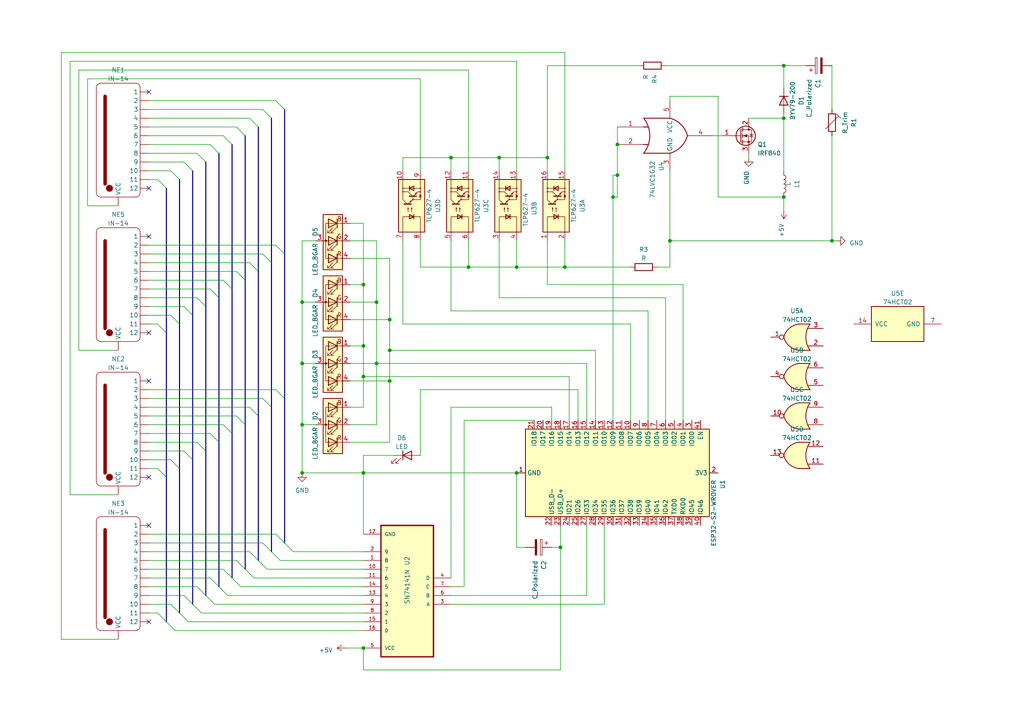
<source format=kicad_sch>
(kicad_sch (version 20230121) (generator eeschema)
  (paper "A4")
  (title_block (title "Часы ГРИ") (date "2023-02-20") (rev "1"))
  (lib_symbols
    (symbol "74xGxx:74LVC1G32"
      (property "Reference" "U" (at -5.08 7.62 0))
      (property "Value" "74LVC1G32" (at 7.62 -7.62 0))
      (symbol "74LVC1G32_0_1"
        (arc (start -7.62 -5.08) (mid -5.838 0) (end -7.62 5.08) (stroke (width 0.254)))
        (arc (start 0 -5.08) (mid 3.1986 -3.2054) (end 5.08 0) (stroke (width 0.254)))
        (polyline (pts (xy -7.62 -2.54) (xy -6.35 -2.54)) (stroke (width 0.254)) (fill (type background)))
        (polyline (pts (xy -7.62 2.54) (xy -6.35 2.54)) (stroke (width 0.254)) (fill (type background)))
        (polyline (pts (xy 0 -5.08) (xy -7.62 -5.08)) (stroke (width 0.254)) (fill (type background)))
        (polyline (pts (xy 0 5.08) (xy -7.62 5.08)) (stroke (width 0.254)) (fill (type background)))
        (arc (start 5.08 0) (mid 3.2238 3.2304) (end 0 5.08) (stroke (width 0.254)))
      )
      (symbol "74LVC1G32_1_1"
        (pin input line (at -15.24 2.54 0) (length 7.62) (name "~") (number "1"))
        (pin input line (at -15.24 -2.54 0) (length 7.62) (name "~") (number "2"))
        (pin power_in line (at 0 -10.16 90) (length 5.08) (name "GND") (number "3"))
        (pin output line (at 12.7 0 180) (length 7.62) (name "~") (number "4"))
        (pin power_in line (at 0 10.16 270) (length 5.08) (name "VCC") (number "5"))
      )
    )
    (symbol "74xx:74HCT02" (pin_names (offset 1.016))
      (property "Reference" "U" (at 0 1.27 0))
      (property "Value" "74HCT02" (at 0 -1.27 0))
      (symbol "74HCT02_1_1"
        (arc (start -3.81 -3.81) (mid -2.589 0) (end -3.81 3.81) (stroke (width 0.254)))
        (arc (start -0.6096 -3.81) (mid 2.1842 -2.5851) (end 3.81 0) (stroke (width 0.254)) (fill (type background)))
        (polyline (pts (xy -3.81 -3.81) (xy -0.635 -3.81)) (stroke (width 0.254)) (fill (type background)))
        (polyline (pts (xy -3.81 3.81) (xy -0.635 3.81)) (stroke (width 0.254)) (fill (type background)))
        (polyline (pts (xy -0.635 3.81) (xy -3.81 3.81) (xy -3.81 3.81) (xy -3.556 3.4036) (xy -3.0226 2.2606) (xy -2.6924 1.0414) (xy -2.6162 -0.254) (xy -2.7686 -1.4986) (xy -3.175 -2.7178) (xy -3.81 -3.81) (xy -3.81 -3.81) (xy -0.635 -3.81)) (stroke (width -25.4)) (fill (type background)))
        (arc (start 3.81 0) (mid 2.1915 2.5936) (end -0.6096 3.81) (stroke (width 0.254)) (fill (type background)))
        (pin output inverted (at 7.62 0 180) (length 3.81) (name "~") (number "1"))
        (pin input line (at -7.62 2.54 0) (length 4.318) (name "~") (number "2"))
        (pin input line (at -7.62 -2.54 0) (length 4.318) (name "~") (number "3"))
      )
      (symbol "74HCT02_1_2"
        (arc (start 0 -3.81) (mid 3.7934 0) (end 0 3.81) (stroke (width 0.254)) (fill (type background)))
        (polyline (pts (xy 0 3.81) (xy -3.81 3.81) (xy -3.81 -3.81) (xy 0 -3.81)) (stroke (width 0.254)) (fill (type background)))
        (pin output line (at 7.62 0 180) (length 3.81) (name "~") (number "1"))
        (pin input inverted (at -7.62 2.54 0) (length 3.81) (name "~") (number "2"))
        (pin input inverted (at -7.62 -2.54 0) (length 3.81) (name "~") (number "3"))
      )
      (symbol "74HCT02_2_1"
        (arc (start -3.81 -3.81) (mid -2.589 0) (end -3.81 3.81) (stroke (width 0.254)))
        (arc (start -0.6096 -3.81) (mid 2.1842 -2.5851) (end 3.81 0) (stroke (width 0.254)) (fill (type background)))
        (polyline (pts (xy -3.81 -3.81) (xy -0.635 -3.81)) (stroke (width 0.254)) (fill (type background)))
        (polyline (pts (xy -3.81 3.81) (xy -0.635 3.81)) (stroke (width 0.254)) (fill (type background)))
        (polyline (pts (xy -0.635 3.81) (xy -3.81 3.81) (xy -3.81 3.81) (xy -3.556 3.4036) (xy -3.0226 2.2606) (xy -2.6924 1.0414) (xy -2.6162 -0.254) (xy -2.7686 -1.4986) (xy -3.175 -2.7178) (xy -3.81 -3.81) (xy -3.81 -3.81) (xy -0.635 -3.81)) (stroke (width -25.4)) (fill (type background)))
        (arc (start 3.81 0) (mid 2.1915 2.5936) (end -0.6096 3.81) (stroke (width 0.254)) (fill (type background)))
        (pin output inverted (at 7.62 0 180) (length 3.81) (name "~") (number "4"))
        (pin input line (at -7.62 2.54 0) (length 4.318) (name "~") (number "5"))
        (pin input line (at -7.62 -2.54 0) (length 4.318) (name "~") (number "6"))
      )
      (symbol "74HCT02_2_2"
        (arc (start 0 -3.81) (mid 3.7934 0) (end 0 3.81) (stroke (width 0.254)) (fill (type background)))
        (polyline (pts (xy 0 3.81) (xy -3.81 3.81) (xy -3.81 -3.81) (xy 0 -3.81)) (stroke (width 0.254)) (fill (type background)))
        (pin output line (at 7.62 0 180) (length 3.81) (name "~") (number "4"))
        (pin input inverted (at -7.62 2.54 0) (length 3.81) (name "~") (number "5"))
        (pin input inverted (at -7.62 -2.54 0) (length 3.81) (name "~") (number "6"))
      )
      (symbol "74HCT02_3_1"
        (arc (start -3.81 -3.81) (mid -2.589 0) (end -3.81 3.81) (stroke (width 0.254)))
        (arc (start -0.6096 -3.81) (mid 2.1842 -2.5851) (end 3.81 0) (stroke (width 0.254)) (fill (type background)))
        (polyline (pts (xy -3.81 -3.81) (xy -0.635 -3.81)) (stroke (width 0.254)) (fill (type background)))
        (polyline (pts (xy -3.81 3.81) (xy -0.635 3.81)) (stroke (width 0.254)) (fill (type background)))
        (polyline (pts (xy -0.635 3.81) (xy -3.81 3.81) (xy -3.81 3.81) (xy -3.556 3.4036) (xy -3.0226 2.2606) (xy -2.6924 1.0414) (xy -2.6162 -0.254) (xy -2.7686 -1.4986) (xy -3.175 -2.7178) (xy -3.81 -3.81) (xy -3.81 -3.81) (xy -0.635 -3.81)) (stroke (width -25.4)) (fill (type background)))
        (arc (start 3.81 0) (mid 2.1915 2.5936) (end -0.6096 3.81) (stroke (width 0.254)) (fill (type background)))
        (pin output inverted (at 7.62 0 180) (length 3.81) (name "~") (number "10"))
        (pin input line (at -7.62 2.54 0) (length 4.318) (name "~") (number "8"))
        (pin input line (at -7.62 -2.54 0) (length 4.318) (name "~") (number "9"))
      )
      (symbol "74HCT02_3_2"
        (arc (start 0 -3.81) (mid 3.7934 0) (end 0 3.81) (stroke (width 0.254)) (fill (type background)))
        (polyline (pts (xy 0 3.81) (xy -3.81 3.81) (xy -3.81 -3.81) (xy 0 -3.81)) (stroke (width 0.254)) (fill (type background)))
        (pin output line (at 7.62 0 180) (length 3.81) (name "~") (number "10"))
        (pin input inverted (at -7.62 2.54 0) (length 3.81) (name "~") (number "8"))
        (pin input inverted (at -7.62 -2.54 0) (length 3.81) (name "~") (number "9"))
      )
      (symbol "74HCT02_4_1"
        (arc (start -3.81 -3.81) (mid -2.589 0) (end -3.81 3.81) (stroke (width 0.254)))
        (arc (start -0.6096 -3.81) (mid 2.1842 -2.5851) (end 3.81 0) (stroke (width 0.254)) (fill (type background)))
        (polyline (pts (xy -3.81 -3.81) (xy -0.635 -3.81)) (stroke (width 0.254)) (fill (type background)))
        (polyline (pts (xy -3.81 3.81) (xy -0.635 3.81)) (stroke (width 0.254)) (fill (type background)))
        (polyline (pts (xy -0.635 3.81) (xy -3.81 3.81) (xy -3.81 3.81) (xy -3.556 3.4036) (xy -3.0226 2.2606) (xy -2.6924 1.0414) (xy -2.6162 -0.254) (xy -2.7686 -1.4986) (xy -3.175 -2.7178) (xy -3.81 -3.81) (xy -3.81 -3.81) (xy -0.635 -3.81)) (stroke (width -25.4)) (fill (type background)))
        (arc (start 3.81 0) (mid 2.1915 2.5936) (end -0.6096 3.81) (stroke (width 0.254)) (fill (type background)))
        (pin input line (at -7.62 2.54 0) (length 4.318) (name "~") (number "11"))
        (pin input line (at -7.62 -2.54 0) (length 4.318) (name "~") (number "12"))
        (pin output inverted (at 7.62 0 180) (length 3.81) (name "~") (number "13"))
      )
      (symbol "74HCT02_4_2"
        (arc (start 0 -3.81) (mid 3.7934 0) (end 0 3.81) (stroke (width 0.254)) (fill (type background)))
        (polyline (pts (xy 0 3.81) (xy -3.81 3.81) (xy -3.81 -3.81) (xy 0 -3.81)) (stroke (width 0.254)) (fill (type background)))
        (pin input inverted (at -7.62 2.54 0) (length 3.81) (name "~") (number "11"))
        (pin input inverted (at -7.62 -2.54 0) (length 3.81) (name "~") (number "12"))
        (pin output line (at 7.62 0 180) (length 3.81) (name "~") (number "13"))
      )
      (symbol "74HCT02_5_0"
        (pin power_in line (at 0 12.7 270) (length 5.08) (name "VCC") (number "14"))
        (pin power_in line (at 0 -12.7 90) (length 5.08) (name "GND") (number "7"))
      )
      (symbol "74HCT02_5_1"
        (rectangle (start -5.08 7.62) (end 5.08 -7.62) (stroke (width 0.254)) (fill (type background)))
      )
    )
    (symbol "Device:C_Polarized" (pin_numbers hide) (pin_names (offset 0.254))
      (property "Reference" "C" (at 0.635 2.54 0))
      (property "Value" "C_Polarized" (at 0.635 -2.54 0))
      (symbol "C_Polarized_0_1"
        (rectangle (start -2.286 0.508) (end 2.286 1.016))
        (polyline (pts (xy -1.778 2.286) (xy -0.762 2.286)))
        (polyline (pts (xy -1.27 2.794) (xy -1.27 1.778)))
        (rectangle (start 2.286 -0.508) (end -2.286 -1.016) (fill (type outline)))
      )
      (symbol "C_Polarized_1_1"
        (pin passive line (at 0 3.81 270) (length 2.794) (name "~") (number "1"))
        (pin passive line (at 0 -3.81 90) (length 2.794) (name "~") (number "2"))
      )
    )
    (symbol "Device:L" (pin_numbers hide) (pin_names (offset 1.016) hide)
      (property "Reference" "L" (at -1.27 0 90))
      (property "Value" "L" (at 1.905 0 90))
      (symbol "L_0_1"
        (arc (start 0 -2.54) (mid 0.6323 -1.905) (end 0 -1.27))
        (arc (start 0 -1.27) (mid 0.6323 -0.635) (end 0 0))
        (arc (start 0 0) (mid 0.6323 0.635) (end 0 1.27))
        (arc (start 0 1.27) (mid 0.6323 1.905) (end 0 2.54))
      )
      (symbol "L_1_1"
        (pin passive line (at 0 3.81 270) (length 1.27) (name "1") (number "1"))
        (pin passive line (at 0 -3.81 90) (length 1.27) (name "2") (number "2"))
      )
    )
    (symbol "Device:LED" (pin_numbers hide) (pin_names (offset 1.016) hide)
      (property "Reference" "D" (at 0 2.54 0))
      (property "Value" "LED" (at 0 -2.54 0))
      (symbol "LED_0_1"
        (polyline (pts (xy -1.27 -1.27) (xy -1.27 1.27)) (stroke (width 0.254)))
        (polyline (pts (xy -1.27 0) (xy 1.27 0)))
        (polyline (pts (xy 1.27 -1.27) (xy 1.27 1.27) (xy -1.27 0) (xy 1.27 -1.27)) (stroke (width 0.254)))
        (polyline (pts (xy -3.048 -0.762) (xy -4.572 -2.286) (xy -3.81 -2.286) (xy -4.572 -2.286) (xy -4.572 -1.524)))
        (polyline (pts (xy -1.778 -0.762) (xy -3.302 -2.286) (xy -2.54 -2.286) (xy -3.302 -2.286) (xy -3.302 -1.524)))
      )
      (symbol "LED_1_1"
        (pin passive line (at -3.81 0 0) (length 2.54) (name "K") (number "1"))
        (pin passive line (at 3.81 0 180) (length 2.54) (name "A") (number "2"))
      )
    )
    (symbol "Device:LED_BGAR" (pin_names (offset 0) hide)
      (property "Reference" "D" (at 0 9.398 0))
      (property "Value" "LED_BGAR" (at 0 -8.89 0))
      (symbol "LED_BGAR_0_0"
        (text "B" (at -1.905 -6.35 0) (effects (font (size 1.27 1.27))))
        (text "G" (at -1.905 -1.27 0) (effects (font (size 1.27 1.27))))
        (text "R" (at -1.905 3.81 0) (effects (font (size 1.27 1.27))))
      )
      (symbol "LED_BGAR_0_1"
        (polyline (pts (xy -1.27 -5.08) (xy -2.54 -5.08)))
        (polyline (pts (xy -1.27 -5.08) (xy 1.27 -5.08)))
        (polyline (pts (xy -1.27 -3.81) (xy -1.27 -6.35)) (stroke (width 0.254)))
        (polyline (pts (xy -1.27 0) (xy -2.54 0)))
        (polyline (pts (xy -1.27 1.27) (xy -1.27 -1.27)) (stroke (width 0.254)))
        (polyline (pts (xy -1.27 5.08) (xy -2.54 5.08)))
        (polyline (pts (xy -1.27 5.08) (xy 1.27 5.08)))
        (polyline (pts (xy -1.27 6.35) (xy -1.27 3.81)) (stroke (width 0.254)))
        (polyline (pts (xy 1.27 0) (xy -1.27 0)))
        (polyline (pts (xy 1.27 0) (xy 2.54 0)))
        (polyline (pts (xy -1.27 1.27) (xy -1.27 -1.27) (xy -1.27 -1.27)))
        (polyline (pts (xy -1.27 6.35) (xy -1.27 3.81) (xy -1.27 3.81)))
        (polyline (pts (xy 1.27 -5.08) (xy 2.032 -5.08) (xy 2.032 5.08) (xy 1.27 5.08)))
        (polyline (pts (xy 1.27 -3.81) (xy 1.27 -6.35) (xy -1.27 -5.08) (xy 1.27 -3.81)) (stroke (width 0.254)))
        (polyline (pts (xy 1.27 1.27) (xy 1.27 -1.27) (xy -1.27 0) (xy 1.27 1.27)) (stroke (width 0.254)))
        (polyline (pts (xy 1.27 6.35) (xy 1.27 3.81) (xy -1.27 5.08) (xy 1.27 6.35)) (stroke (width 0.254)))
        (polyline (pts (xy -1.016 -3.81) (xy 0.508 -2.286) (xy -0.254 -2.286) (xy 0.508 -2.286) (xy 0.508 -3.048)))
        (polyline (pts (xy -1.016 1.27) (xy 0.508 2.794) (xy -0.254 2.794) (xy 0.508 2.794) (xy 0.508 2.032)))
        (polyline (pts (xy -1.016 6.35) (xy 0.508 7.874) (xy -0.254 7.874) (xy 0.508 7.874) (xy 0.508 7.112)))
        (polyline (pts (xy 0 -3.81) (xy 1.524 -2.286) (xy 0.762 -2.286) (xy 1.524 -2.286) (xy 1.524 -3.048)))
        (polyline (pts (xy 0 1.27) (xy 1.524 2.794) (xy 0.762 2.794) (xy 1.524 2.794) (xy 1.524 2.032)))
        (polyline (pts (xy 0 6.35) (xy 1.524 7.874) (xy 0.762 7.874) (xy 1.524 7.874) (xy 1.524 7.112)))
        (rectangle (start 1.27 -1.27) (end 1.27 1.27))
        (rectangle (start 1.27 1.27) (end 1.27 1.27))
        (rectangle (start 1.27 3.81) (end 1.27 6.35))
        (rectangle (start 1.27 6.35) (end 1.27 6.35))
        (circle (center 2.032 0) (radius 0.254) (fill (type outline)))
        (rectangle (start 2.794 8.382) (end -2.794 -7.62) (stroke (width 0.254)) (fill (type background)))
      )
      (symbol "LED_BGAR_1_1"
        (pin passive line (at -5.08 -5.08 0) (length 2.54) (name "BK") (number "1"))
        (pin passive line (at -5.08 0 0) (length 2.54) (name "GK") (number "2"))
        (pin passive line (at 5.08 0 180) (length 2.54) (name "A") (number "3"))
        (pin passive line (at -5.08 5.08 0) (length 2.54) (name "RK") (number "4"))
      )
    )
    (symbol "Device:R" (pin_numbers hide) (pin_names (offset 0))
      (property "Reference" "R" (at 2.032 0 90))
      (property "Value" "R" (at 0 0 90))
      (symbol "R_0_1"
        (rectangle (start -1.016 -2.54) (end 1.016 2.54) (stroke (width 0.254)))
      )
      (symbol "R_1_1"
        (pin passive line (at 0 3.81 270) (length 1.27) (name "~") (number "1"))
        (pin passive line (at 0 -3.81 90) (length 1.27) (name "~") (number "2"))
      )
    )
    (symbol "Device:R_Trim" (pin_numbers hide) (pin_names (offset 0))
      (property "Reference" "R" (at 2.54 -2.54 90))
      (property "Value" "R_Trim" (at -2.54 -0.635 90))
      (symbol "R_Trim_0_1"
        (rectangle (start -1.016 -2.54) (end 1.016 2.54) (stroke (width 0.254)))
        (polyline (pts (xy -1.905 -1.905) (xy 1.905 1.905) (xy 2.54 1.27) (xy 1.27 2.54)))
      )
      (symbol "R_Trim_1_1"
        (pin passive line (at 0 3.81 270) (length 1.27) (name "~") (number "1"))
        (pin passive line (at 0 -3.81 90) (length 1.27) (name "~") (number "2"))
      )
    )
    (symbol "Diode:BYV79-200" (pin_numbers hide) (pin_names hide)
      (property "Reference" "D" (at 0 2.54 0))
      (property "Value" "BYV79-200" (at 0 -2.54 0))
      (symbol "BYV79-200_0_1"
        (polyline (pts (xy -1.27 1.27) (xy -1.27 -1.27)) (stroke (width 0.254)))
        (polyline (pts (xy 1.27 0) (xy -1.27 0)))
        (polyline (pts (xy 1.27 1.27) (xy 1.27 -1.27) (xy -1.27 0) (xy 1.27 1.27)) (stroke (width 0.254)))
      )
      (symbol "BYV79-200_1_1"
        (pin passive line (at -3.81 0 0) (length 2.54) (name "K") (number "1"))
        (pin passive line (at 3.81 0 180) (length 2.54) (name "A") (number "2"))
      )
    )
    (symbol "IN-14_1"
      (property "Reference" "NE" (at 5.08 16.51 0))
      (property "Value" "IN-14" (at -3.81 16.51 0))
      (symbol "IN-14_1_0_1"
        (arc (start -6.35 -16.51) (mid -5.978 -17.408) (end -5.08 -17.78))
        (arc (start -5.08 15.24) (mid -5.978 14.868) (end -6.35 13.97))
        (circle (center -2.54 -15.24) (radius 0.0001) (stroke (width 1)))
        (polyline (pts (xy -6.35 -16.51) (xy -6.35 -16.51)))
        (polyline (pts (xy -6.35 -16.51) (xy -6.35 13.97)))
        (polyline (pts (xy -5.08 15.24) (xy 5.08 15.24)))
        (polyline (pts (xy -3.81 -13.97) (xy -3.81 11.43)) (stroke (width 1)))
        (polyline (pts (xy 5.08 -17.78) (xy -5.08 -17.78)))
        (polyline (pts (xy 6.35 13.97) (xy 6.35 -16.51)))
        (arc (start 5.08 -17.78) (mid 5.978 -17.408) (end 6.35 -16.51))
        (arc (start 6.35 13.97) (mid 5.978 14.868) (end 5.08 15.24))
      )
      (symbol "IN-14_1_1_1"
        (pin power_out line (at 8.89 12.7 180) (length 2.54) (name "1") (number ""))
        (pin power_out line (at 8.89 -10.16 180) (length 2.54) (name "10") (number ""))
        (pin power_out line (at 8.89 -12.7 180) (length 2.54) (name "11") (number ""))
        (pin power_out line (at 8.89 -15.24 180) (length 2.54) (name "12") (number ""))
        (pin power_out line (at 8.89 10.16 180) (length 2.54) (name "2") (number ""))
        (pin power_out line (at 8.89 7.62 180) (length 2.54) (name "3") (number ""))
        (pin power_out line (at 8.89 5.08 180) (length 2.54) (name "4") (number ""))
        (pin power_out line (at 8.89 2.54 180) (length 2.54) (name "5") (number ""))
        (pin power_out line (at 8.89 0 180) (length 2.54) (name "6") (number ""))
        (pin power_out line (at 8.89 -2.54 180) (length 2.54) (name "7") (number ""))
        (pin power_out line (at 8.89 -5.08 180) (length 2.54) (name "8") (number ""))
        (pin power_out line (at 8.89 -7.62 180) (length 2.54) (name "9") (number ""))
        (pin power_in line (at 0 -20.32 90) (length 2.54) (name "VCC") (number ""))
      )
    )
    (symbol "Isolator:TLP627-4" (pin_names (offset 1.016))
      (property "Reference" "U" (at -7.62 5.08 0))
      (property "Value" "TLP627-4" (at 0 5.08 0))
      (symbol "TLP627-4_0_1"
        (rectangle (start -7.62 3.81) (end 7.62 -3.81) (stroke (width 0.254)) (fill (type background)))
        (polyline (pts (xy -3.81 -0.635) (xy -2.54 -0.635)) (stroke (width 0.254)))
        (polyline (pts (xy 0.508 1.016) (xy 1.778 -0.254)))
        (polyline (pts (xy 0.508 1.27) (xy 1.778 2.54)))
        (polyline (pts (xy 0.508 2.159) (xy 0.508 0.127)) (stroke (width 0.3556)))
        (polyline (pts (xy 1.778 2.54) (xy 7.62 2.54)))
        (polyline (pts (xy 2.794 -0.508) (xy 4.064 -1.778)))
        (polyline (pts (xy 2.794 -0.381) (xy 1.778 -0.381)))
        (polyline (pts (xy 2.794 -0.254) (xy 4.064 1.016)))
        (polyline (pts (xy 4.064 -2.54) (xy 7.62 -2.54)))
        (polyline (pts (xy 4.064 -1.778) (xy 4.064 -2.54)))
        (polyline (pts (xy 4.064 1.016) (xy 4.064 2.54)))
        (polyline (pts (xy 4.445 0.635) (xy 5.715 0.635)) (stroke (width 0.254)))
        (polyline (pts (xy 5.08 0.635) (xy 5.08 -2.54)))
        (polyline (pts (xy 5.08 0.635) (xy 5.08 2.54)))
        (polyline (pts (xy -7.62 2.54) (xy -3.175 2.54) (xy -3.175 -0.635)))
        (polyline (pts (xy -3.175 -0.635) (xy -3.175 -2.54) (xy -7.62 -2.54)))
        (polyline (pts (xy 2.794 0.635) (xy 2.794 -1.397) (xy 2.794 -1.397)) (stroke (width 0.3556)))
        (polyline (pts (xy -3.175 -0.635) (xy -3.81 0.635) (xy -2.54 0.635) (xy -3.175 -0.635)) (stroke (width 0.254)))
        (polyline (pts (xy 1.524 0) (xy 1.27 0.508) (xy 1.016 0.254) (xy 1.524 0)))
        (polyline (pts (xy 3.81 -1.524) (xy 3.556 -1.016) (xy 3.302 -1.27) (xy 3.81 -1.524)))
        (polyline (pts (xy 5.08 0.635) (xy 4.445 -0.635) (xy 5.715 -0.635) (xy 5.08 0.635)) (stroke (width 0.254)))
        (polyline (pts (xy -1.778 0) (xy -0.508 0) (xy -0.889 -0.127) (xy -0.889 0.127) (xy -0.508 0)))
        (polyline (pts (xy -1.778 1.016) (xy -0.508 1.016) (xy -0.889 0.889) (xy -0.889 1.143) (xy -0.508 1.016)))
        (polyline (pts (xy 1.778 -0.254) (xy 1.778 -2.54) (xy 2.286 -2.54) (xy 2.413 -2.286) (xy 2.54 -2.794) (xy 2.667 -2.286) (xy 2.794 -2.794) (xy 2.921 -2.286) (xy 3.048 -2.794) (xy 3.175 -2.286) (xy 3.302 -2.54) (xy 4.064 -2.54)))
        (circle (center 1.778 -0.381) (radius 0.127))
        (circle (center 4.064 -2.54) (radius 0.127))
        (circle (center 4.064 2.54) (radius 0.127))
        (circle (center 5.08 -2.54) (radius 0.127))
        (circle (center 5.08 2.54) (radius 0.127))
      )
      (symbol "TLP627-4_1_1"
        (pin passive line (at -10.16 2.54 0) (length 2.54) (name "~") (number "1"))
        (pin passive line (at 10.16 -2.54 180) (length 2.54) (name "~") (number "15"))
        (pin passive line (at 10.16 2.54 180) (length 2.54) (name "~") (number "16"))
        (pin passive line (at -10.16 -2.54 0) (length 2.54) (name "~") (number "2"))
      )
      (symbol "TLP627-4_2_1"
        (pin passive line (at 10.16 -2.54 180) (length 2.54) (name "~") (number "13"))
        (pin passive line (at 10.16 2.54 180) (length 2.54) (name "~") (number "14"))
        (pin passive line (at -10.16 2.54 0) (length 2.54) (name "~") (number "3"))
        (pin passive line (at -10.16 -2.54 0) (length 2.54) (name "~") (number "4"))
      )
      (symbol "TLP627-4_3_1"
        (pin passive line (at 10.16 -2.54 180) (length 2.54) (name "~") (number "11"))
        (pin passive line (at 10.16 2.54 180) (length 2.54) (name "~") (number "12"))
        (pin passive line (at -10.16 2.54 0) (length 2.54) (name "~") (number "5"))
        (pin passive line (at -10.16 -2.54 0) (length 2.54) (name "~") (number "6"))
      )
      (symbol "TLP627-4_4_1"
        (pin passive line (at 10.16 2.54 180) (length 2.54) (name "~") (number "10"))
        (pin passive line (at -10.16 2.54 0) (length 2.54) (name "~") (number "7"))
        (pin passive line (at -10.16 -2.54 0) (length 2.54) (name "~") (number "8"))
        (pin passive line (at 10.16 -2.54 180) (length 2.54) (name "~") (number "9"))
      )
    )
    (symbol "RF_Module:ESP32-S2-WROVER"
      (property "Reference" "U" (at -12.7 29.21 0))
      (property "Value" "ESP32-S2-WROVER" (at 2.54 29.21 0))
      (symbol "ESP32-S2-WROVER_0_1"
        (rectangle (start -12.7 27.94) (end 12.7 -25.4) (stroke (width 0.254)) (fill (type background)))
      )
      (symbol "ESP32-S2-WROVER_1_1"
        (pin power_in line (at 0 -27.94 90) (length 2.54) (name "GND") (number "1"))
        (pin bidirectional line (at -15.24 5.08 0) (length 2.54) (name "IO07") (number "10"))
        (pin bidirectional line (at -15.24 2.54 0) (length 2.54) (name "IO08") (number "11"))
        (pin bidirectional line (at -15.24 0 0) (length 2.54) (name "IO09") (number "12"))
        (pin bidirectional line (at -15.24 -2.54 0) (length 2.54) (name "IO10") (number "13"))
        (pin bidirectional line (at -15.24 -5.08 0) (length 2.54) (name "IO11") (number "14"))
        (pin bidirectional line (at -15.24 -7.62 0) (length 2.54) (name "IO12") (number "15"))
        (pin bidirectional line (at -15.24 -10.16 0) (length 2.54) (name "IO13") (number "16"))
        (pin bidirectional line (at -15.24 -12.7 0) (length 2.54) (name "IO14") (number "17"))
        (pin bidirectional line (at -15.24 -15.24 0) (length 2.54) (name "IO15") (number "18"))
        (pin bidirectional line (at -15.24 -17.78 0) (length 2.54) (name "IO16") (number "19"))
        (pin power_in line (at 0 30.48 270) (length 2.54) (name "3V3") (number "2"))
        (pin bidirectional line (at -15.24 -20.32 0) (length 2.54) (name "IO17") (number "20"))
        (pin bidirectional line (at -15.24 -22.86 0) (length 2.54) (name "IO18") (number "21"))
        (pin bidirectional line (at 15.24 -17.78 180) (length 2.54) (name "USB_D-") (number "22"))
        (pin bidirectional line (at 15.24 -15.24 180) (length 2.54) (name "USB_D+") (number "23"))
        (pin bidirectional line (at 15.24 -12.7 180) (length 2.54) (name "IO21") (number "24"))
        (pin bidirectional line (at 15.24 -10.16 180) (length 2.54) (name "IO26") (number "25"))
        (pin passive line (at 0 -27.94 90) (length 2.54) hide (name "GND") (number "26"))
        (pin bidirectional line (at 15.24 -7.62 180) (length 2.54) (name "IO33") (number "27"))
        (pin bidirectional line (at 15.24 -5.08 180) (length 2.54) (name "IO34") (number "28"))
        (pin bidirectional line (at 15.24 -2.54 180) (length 2.54) (name "IO35") (number "29"))
        (pin bidirectional line (at -15.24 22.86 0) (length 2.54) (name "IO00") (number "3"))
        (pin bidirectional line (at 15.24 0 180) (length 2.54) (name "IO36") (number "30"))
        (pin bidirectional line (at 15.24 2.54 180) (length 2.54) (name "IO37") (number "31"))
        (pin bidirectional line (at 15.24 5.08 180) (length 2.54) (name "IO38") (number "32"))
        (pin bidirectional line (at 15.24 7.62 180) (length 2.54) (name "IO39") (number "33"))
        (pin bidirectional line (at 15.24 10.16 180) (length 2.54) (name "IO40") (number "34"))
        (pin bidirectional line (at 15.24 12.7 180) (length 2.54) (name "IO41") (number "35"))
        (pin bidirectional line (at 15.24 15.24 180) (length 2.54) (name "IO42") (number "36"))
        (pin bidirectional line (at 15.24 17.78 180) (length 2.54) (name "TXD0") (number "37"))
        (pin bidirectional line (at 15.24 20.32 180) (length 2.54) (name "RXD0") (number "38"))
        (pin bidirectional line (at 15.24 22.86 180) (length 2.54) (name "IO45") (number "39"))
        (pin bidirectional line (at -15.24 20.32 0) (length 2.54) (name "IO01") (number "4"))
        (pin input line (at 15.24 25.4 180) (length 2.54) (name "IO46") (number "40"))
        (pin input line (at -15.24 25.4 0) (length 2.54) (name "EN") (number "41"))
        (pin passive line (at 0 -27.94 90) (length 2.54) hide (name "GND") (number "42"))
        (pin passive line (at 0 -27.94 90) (length 2.54) hide (name "GND") (number "43"))
        (pin bidirectional line (at -15.24 17.78 0) (length 2.54) (name "IO02") (number "5"))
        (pin bidirectional line (at -15.24 15.24 0) (length 2.54) (name "IO03") (number "6"))
        (pin bidirectional line (at -15.24 12.7 0) (length 2.54) (name "IO04") (number "7"))
        (pin bidirectional line (at -15.24 10.16 0) (length 2.54) (name "IO05") (number "8"))
        (pin bidirectional line (at -15.24 7.62 0) (length 2.54) (name "IO06") (number "9"))
      )
    )
    (symbol "SN74141N:SN74141N" (pin_names (offset 1.016))
      (property "Reference" "U" (at -7.6205 20.9564 0))
      (property "Value" "SN74141N" (at -7.6335 -20.3559 0))
      (symbol "SN74141N_0_0"
        (rectangle (start -7.62 -17.78) (end 7.62 20.32) (stroke (width 0.4064)) (fill (type background)))
        (pin output line (at 12.7 -7.62 180) (length 5.08) (name "8") (number "1"))
        (pin output line (at 12.7 -5.08 180) (length 5.08) (name "7") (number "10"))
        (pin output line (at 12.7 -2.54 180) (length 5.08) (name "6") (number "11"))
        (pin passive line (at 12.7 -15.24 180) (length 5.08) (name "GND") (number "12"))
        (pin output line (at 12.7 2.54 180) (length 5.08) (name "4") (number "13"))
        (pin output line (at 12.7 0 180) (length 5.08) (name "5") (number "14"))
        (pin output line (at 12.7 10.16 180) (length 5.08) (name "1") (number "15"))
        (pin output line (at 12.7 12.7 180) (length 5.08) (name "0") (number "16"))
        (pin output line (at 12.7 -10.16 180) (length 5.08) (name "9") (number "2"))
        (pin input line (at -12.7 5.08 0) (length 5.08) (name "A") (number "3"))
        (pin input line (at -12.7 -2.54 0) (length 5.08) (name "D") (number "4"))
        (pin power_in line (at 12.7 17.78 180) (length 5.08) (name "VCC") (number "5"))
        (pin input line (at -12.7 2.54 0) (length 5.08) (name "B") (number "6"))
        (pin input line (at -12.7 0 0) (length 5.08) (name "C") (number "7"))
        (pin output line (at 12.7 7.62 180) (length 5.08) (name "2") (number "8"))
        (pin output line (at 12.7 5.08 180) (length 5.08) (name "3") (number "9"))
      )
    )
    (symbol "Transistor_FET:IRF740" (pin_names hide)
      (property "Reference" "Q" (at 6.35 1.905 0))
      (property "Value" "IRF740" (at 6.35 0 0))
      (symbol "IRF740_0_1"
        (polyline (pts (xy 0.254 0) (xy -2.54 0)))
        (polyline (pts (xy 0.254 1.905) (xy 0.254 -1.905)) (stroke (width 0.254)))
        (polyline (pts (xy 0.762 -1.27) (xy 0.762 -2.286)) (stroke (width 0.254)))
        (polyline (pts (xy 0.762 0.508) (xy 0.762 -0.508)) (stroke (width 0.254)))
        (polyline (pts (xy 0.762 2.286) (xy 0.762 1.27)) (stroke (width 0.254)))
        (polyline (pts (xy 2.54 2.54) (xy 2.54 1.778)))
        (polyline (pts (xy 2.54 -2.54) (xy 2.54 0) (xy 0.762 0)))
        (polyline (pts (xy 0.762 -1.778) (xy 3.302 -1.778) (xy 3.302 1.778) (xy 0.762 1.778)))
        (polyline (pts (xy 1.016 0) (xy 2.032 0.381) (xy 2.032 -0.381) (xy 1.016 0)) (fill (type outline)))
        (polyline (pts (xy 2.794 0.508) (xy 2.921 0.381) (xy 3.683 0.381) (xy 3.81 0.254)))
        (polyline (pts (xy 3.302 0.381) (xy 2.921 -0.254) (xy 3.683 -0.254) (xy 3.302 0.381)))
        (circle (center 1.651 0) (radius 2.794) (stroke (width 0.254)))
        (circle (center 2.54 -1.778) (radius 0.254) (fill (type outline)))
        (circle (center 2.54 1.778) (radius 0.254) (fill (type outline)))
      )
      (symbol "IRF740_1_1"
        (pin input line (at -5.08 0 0) (length 2.54) (name "G") (number "1"))
        (pin passive line (at 2.54 5.08 270) (length 2.54) (name "D") (number "2"))
        (pin passive line (at 2.54 -5.08 90) (length 2.54) (name "S") (number "3"))
      )
    )
    (symbol "power:+5V" (power) (pin_names (offset 0))
      (property "Value" "+5V" (at 0 3.556 0))
      (symbol "+5V_0_1"
        (polyline (pts (xy -0.762 1.27) (xy 0 2.54)))
        (polyline (pts (xy 0 0) (xy 0 2.54)))
        (polyline (pts (xy 0 2.54) (xy 0.762 1.27)))
      )
      (symbol "+5V_1_1"
        (pin power_in line (at 0 0 90) (length 0) hide (name "+5V") (number "1"))
      )
    )
    (symbol "power:GND" (power) (pin_names (offset 0))
      (property "Value" "GND" (at 0 -3.81 0))
      (symbol "GND_0_1"
        (polyline (pts (xy 0 0) (xy 0 -1.27) (xy 1.27 -1.27) (xy 0 -2.54) (xy -1.27 -1.27) (xy 0 -1.27)))
      )
      (symbol "GND_1_1"
        (pin power_in line (at 0 0 270) (length 0) hide (name "GND") (number "1"))
      )
    )
  )
  (junction (at 87.63 123.19))
  (junction (at 227.33 34.29))
  (junction (at 179.07 50.8))
  (junction (at 135.89 77.47))
  (junction (at 227.33 19.05))
  (junction (at 87.63 105.41))
  (junction (at 162.56 158.75))
  (junction (at 130.81 45.72))
  (junction (at 113.03 92.71))
  (junction (at 113.03 101.6))
  (junction (at 105.41 82.55))
  (junction (at 194.31 69.85))
  (junction (at 158.75 45.72))
  (junction (at 105.41 187.96))
  (junction (at 109.22 105.41))
  (junction (at 177.8 57.15))
  (junction (at 105.41 100.33))
  (junction (at 163.83 77.47))
  (junction (at 179.07 41.91))
  (junction (at 109.22 87.63))
  (junction (at 149.86 77.47))
  (junction (at 113.03 110.49))
  (junction (at 144.78 45.72))
  (junction (at 227.33 57.15))
  (junction (at 87.63 87.63))
  (junction (at 105.41 109.22))
  (junction (at 149.86 137.16))
  (junction (at 87.63 137.16))
  (junction (at 241.3 69.85))
  (junction (at 105.41 137.16))
  (no_connect (at 43.18 54.61))
  (no_connect (at 43.18 26.67))
  (no_connect (at 43.18 180.34))
  (no_connect (at 43.18 68.58))
  (no_connect (at 43.18 152.4))
  (no_connect (at 43.18 96.52))
  (no_connect (at 43.18 138.43))
  (no_connect (at 43.18 110.49))
  (bus_entry (at 58.42 177.8) (size -2.54 -2.54))
  (bus_entry (at 55.88 175.26) (size -2.54 -2.54))
  (bus_entry (at 52.07 177.8) (size -2.54 -2.54))
  (bus_entry (at 74.93 36.83) (size -2.54 -2.54))
  (bus_entry (at 78.74 34.29) (size -2.54 -2.54))
  (bus_entry (at 78.74 118.11) (size -2.54 -2.54))
  (bus_entry (at 63.5 170.18) (size -2.54 -2.54))
  (bus_entry (at 67.31 125.73) (size -2.54 -2.54))
  (bus_entry (at 78.74 76.2) (size -2.54 -2.54))
  (bus_entry (at 48.26 180.34) (size -2.54 -2.54))
  (bus_entry (at 74.93 78.74) (size -2.54 -2.54))
  (bus_entry (at 63.5 86.36) (size -2.54 -2.54))
  (bus_entry (at 77.47 165.1) (size -2.54 -2.54))
  (bus_entry (at 59.69 46.99) (size -2.54 -2.54))
  (bus_entry (at 59.69 172.72) (size -2.54 -2.54))
  (bus_entry (at 63.5 128.27) (size -2.54 -2.54))
  (bus_entry (at 52.07 135.89) (size -2.54 -2.54))
  (bus_entry (at 48.26 96.52) (size -2.54 -2.54))
  (bus_entry (at 55.88 49.53) (size -2.54 -2.54))
  (bus_entry (at 48.26 54.61) (size -2.54 -2.54))
  (bus_entry (at 50.8 182.88) (size -2.54 -2.54))
  (bus_entry (at 54.61 180.34) (size -2.54 -2.54))
  (bus_entry (at 52.07 52.07) (size -2.54 -2.54))
  (bus_entry (at 74.93 120.65) (size -2.54 -2.54))
  (bus_entry (at 67.31 41.91) (size -2.54 -2.54))
  (bus_entry (at 66.04 172.72) (size -2.54 -2.54))
  (bus_entry (at 71.12 165.1) (size -2.54 -2.54))
  (bus_entry (at 55.88 91.44) (size -2.54 -2.54))
  (bus_entry (at 73.66 167.64) (size -2.54 -2.54))
  (bus_entry (at 71.12 39.37) (size -2.54 -2.54))
  (bus_entry (at 71.12 123.19) (size -2.54 -2.54))
  (bus_entry (at 82.55 73.66) (size -2.54 -2.54))
  (bus_entry (at 82.55 31.75) (size -2.54 -2.54))
  (bus_entry (at 74.93 162.56) (size -2.54 -2.54))
  (bus_entry (at 59.69 88.9) (size -2.54 -2.54))
  (bus_entry (at 55.88 133.35) (size -2.54 -2.54))
  (bus_entry (at 52.07 93.98) (size -2.54 -2.54))
  (bus_entry (at 82.55 157.48) (size -2.54 -2.54))
  (bus_entry (at 59.69 130.81) (size -2.54 -2.54))
  (bus_entry (at 48.26 138.43) (size -2.54 -2.54))
  (bus_entry (at 78.74 160.02) (size -2.54 -2.54))
  (bus_entry (at 62.23 175.26) (size -2.54 -2.54))
  (bus_entry (at 67.31 167.64) (size -2.54 -2.54))
  (bus_entry (at 63.5 44.45) (size -2.54 -2.54))
  (bus_entry (at 71.12 81.28) (size -2.54 -2.54))
  (bus_entry (at 82.55 115.57) (size -2.54 -2.54))
  (bus_entry (at 85.09 160.02) (size -2.54 -2.54))
  (bus_entry (at 81.28 162.56) (size -2.54 -2.54))
  (bus_entry (at 69.85 170.18) (size -2.54 -2.54))
  (bus_entry (at 67.31 83.82) (size -2.54 -2.54))
  (wire (pts (xy 182.88 121.92) (xy 182.88 93.98)))
  (wire (pts (xy 227.33 19.05) (xy 193.04 19.05)))
  (wire (pts (xy 167.64 121.92) (xy 167.64 113.03)))
  (wire (pts (xy 43.18 130.81) (xy 53.34 130.81)))
  (wire (pts (xy 149.86 158.75) (xy 149.86 137.16)))
  (wire (pts (xy 130.81 45.72) (xy 130.81 49.53)))
  (wire (pts (xy 175.26 175.26) (xy 130.81 175.26)))
  (wire (pts (xy 113.03 128.27) (xy 101.6 128.27)))
  (wire (pts (xy 165.1 109.22) (xy 165.1 121.92)))
  (wire (pts (xy 135.89 20.32) (xy 135.89 49.53)))
  (wire (pts (xy 43.18 36.83) (xy 68.58 36.83)))
  (wire (pts (xy 113.03 92.71) (xy 113.03 101.6)))
  (wire (pts (xy 101.6 100.33) (xy 105.41 100.33)))
  (bus (pts (xy 48.26 138.43) (xy 48.26 180.34)))
  (bus (pts (xy 52.07 52.07) (xy 52.07 93.98)))
  (wire (pts (xy 43.18 160.02) (xy 72.39 160.02)))
  (bus (pts (xy 74.93 78.74) (xy 74.93 120.65)))
  (wire (pts (xy 43.18 83.82) (xy 60.96 83.82)))
  (wire (pts (xy 105.41 100.33) (xy 105.41 109.22)))
  (bus (pts (xy 78.74 76.2) (xy 78.74 118.11)))
  (wire (pts (xy 160.02 118.11) (xy 160.02 121.92)))
  (wire (pts (xy 162.56 158.75) (xy 162.56 152.4)))
  (wire (pts (xy 43.18 135.89) (xy 45.72 135.89)))
  (bus (pts (xy 63.5 128.27) (xy 63.5 170.18)))
  (wire (pts (xy 25.4 22.86) (xy 25.4 59.69)))
  (wire (pts (xy 190.5 77.47) (xy 194.31 77.47)))
  (wire (pts (xy 105.41 137.16) (xy 105.41 154.94)))
  (wire (pts (xy 43.18 128.27) (xy 57.15 128.27)))
  (wire (pts (xy 81.28 162.56) (xy 105.41 162.56)))
  (bus (pts (xy 67.31 125.73) (xy 67.31 167.64)))
  (wire (pts (xy 217.17 45.72) (xy 217.17 44.45)))
  (bus (pts (xy 82.55 31.75) (xy 82.55 73.66)))
  (wire (pts (xy 43.18 78.74) (xy 68.58 78.74)))
  (wire (pts (xy 241.3 31.75) (xy 241.3 19.05)))
  (wire (pts (xy 227.33 33.02) (xy 227.33 34.29)))
  (wire (pts (xy 43.18 71.12) (xy 80.01 71.12)))
  (wire (pts (xy 187.96 90.17) (xy 187.96 121.92)))
  (wire (pts (xy 109.22 123.19) (xy 101.6 123.19)))
  (wire (pts (xy 109.22 105.41) (xy 109.22 123.19)))
  (wire (pts (xy 163.83 77.47) (xy 182.88 77.47)))
  (wire (pts (xy 43.18 123.19) (xy 64.77 123.19)))
  (wire (pts (xy 105.41 187.96) (xy 105.41 194.31)))
  (wire (pts (xy 62.23 175.26) (xy 105.41 175.26)))
  (wire (pts (xy 105.41 137.16) (xy 149.86 137.16)))
  (wire (pts (xy 87.63 123.19) (xy 87.63 137.16)))
  (wire (pts (xy 43.18 162.56) (xy 68.58 162.56)))
  (wire (pts (xy 208.28 57.15) (xy 227.33 57.15)))
  (wire (pts (xy 242.57 69.85) (xy 241.3 69.85)))
  (wire (pts (xy 163.83 15.24) (xy 17.78 15.24)))
  (wire (pts (xy 121.92 113.03) (xy 121.92 132.08)))
  (bus (pts (xy 67.31 41.91) (xy 67.31 83.82)))
  (wire (pts (xy 77.47 165.1) (xy 105.41 165.1)))
  (wire (pts (xy 34.29 143.51) (xy 20.32 143.51)))
  (wire (pts (xy 101.6 74.93) (xy 113.03 74.93)))
  (wire (pts (xy 158.75 45.72) (xy 158.75 49.53)))
  (wire (pts (xy 43.18 39.37) (xy 64.77 39.37)))
  (wire (pts (xy 109.22 87.63) (xy 109.22 69.85)))
  (wire (pts (xy 185.42 19.05) (xy 158.75 19.05)))
  (wire (pts (xy 135.89 69.85) (xy 135.89 77.47)))
  (wire (pts (xy 43.18 118.11) (xy 72.39 118.11)))
  (bus (pts (xy 48.26 54.61) (xy 48.26 96.52)))
  (wire (pts (xy 198.12 121.92) (xy 198.12 82.55)))
  (wire (pts (xy 25.4 59.69) (xy 34.29 59.69)))
  (bus (pts (xy 63.5 86.36) (xy 63.5 128.27)))
  (wire (pts (xy 194.31 27.94) (xy 194.31 29.21)))
  (wire (pts (xy 193.04 86.36) (xy 193.04 121.92)))
  (wire (pts (xy 170.18 152.4) (xy 170.18 172.72)))
  (wire (pts (xy 105.41 132.08) (xy 105.41 137.16)))
  (wire (pts (xy 113.03 101.6) (xy 172.72 101.6)))
  (wire (pts (xy 130.81 90.17) (xy 187.96 90.17)))
  (wire (pts (xy 58.42 177.8) (xy 105.41 177.8)))
  (wire (pts (xy 43.18 44.45) (xy 57.15 44.45)))
  (bus (pts (xy 52.07 93.98) (xy 52.07 135.89)))
  (wire (pts (xy 43.18 172.72) (xy 53.34 172.72)))
  (wire (pts (xy 233.68 19.05) (xy 227.33 19.05)))
  (wire (pts (xy 101.6 92.71) (xy 113.03 92.71)))
  (wire (pts (xy 73.66 167.64) (xy 105.41 167.64)))
  (wire (pts (xy 116.84 93.98) (xy 116.84 69.85)))
  (wire (pts (xy 87.63 105.41) (xy 87.63 87.63)))
  (wire (pts (xy 43.18 115.57) (xy 76.2 115.57)))
  (wire (pts (xy 43.18 34.29) (xy 72.39 34.29)))
  (bus (pts (xy 82.55 115.57) (xy 82.55 157.48)))
  (wire (pts (xy 179.07 36.83) (xy 179.07 41.91)))
  (wire (pts (xy 121.92 22.86) (xy 25.4 22.86)))
  (wire (pts (xy 170.18 105.41) (xy 109.22 105.41)))
  (wire (pts (xy 113.03 74.93) (xy 113.03 92.71)))
  (wire (pts (xy 105.41 118.11) (xy 105.41 109.22)))
  (wire (pts (xy 121.92 22.86) (xy 121.92 49.53)))
  (wire (pts (xy 227.33 19.05) (xy 227.33 25.4)))
  (wire (pts (xy 105.41 194.31) (xy 162.56 194.31)))
  (wire (pts (xy 43.18 133.35) (xy 49.53 133.35)))
  (wire (pts (xy 43.18 81.28) (xy 64.77 81.28)))
  (wire (pts (xy 43.18 76.2) (xy 72.39 76.2)))
  (wire (pts (xy 163.83 69.85) (xy 163.83 77.47)))
  (wire (pts (xy 152.4 158.75) (xy 149.86 158.75)))
  (wire (pts (xy 87.63 105.41) (xy 91.44 105.41)))
  (bus (pts (xy 59.69 130.81) (xy 59.69 172.72)))
  (wire (pts (xy 43.18 175.26) (xy 49.53 175.26)))
  (wire (pts (xy 87.63 123.19) (xy 87.63 105.41)))
  (wire (pts (xy 43.18 88.9) (xy 53.34 88.9)))
  (wire (pts (xy 162.56 158.75) (xy 162.56 194.31)))
  (wire (pts (xy 105.41 82.55) (xy 105.41 100.33)))
  (wire (pts (xy 149.86 69.85) (xy 149.86 77.47)))
  (wire (pts (xy 209.55 39.37) (xy 207.01 39.37)))
  (wire (pts (xy 227.33 34.29) (xy 227.33 49.53)))
  (wire (pts (xy 130.81 45.72) (xy 116.84 45.72)))
  (wire (pts (xy 43.18 120.65) (xy 68.58 120.65)))
  (wire (pts (xy 43.18 170.18) (xy 57.15 170.18)))
  (wire (pts (xy 130.81 172.72) (xy 170.18 172.72)))
  (wire (pts (xy 158.75 82.55) (xy 158.75 69.85)))
  (wire (pts (xy 144.78 45.72) (xy 130.81 45.72)))
  (wire (pts (xy 227.33 34.29) (xy 217.17 34.29)))
  (wire (pts (xy 20.32 17.78) (xy 149.86 17.78)))
  (bus (pts (xy 59.69 46.99) (xy 59.69 88.9)))
  (wire (pts (xy 43.18 154.94) (xy 80.01 154.94)))
  (wire (pts (xy 101.6 87.63) (xy 109.22 87.63)))
  (wire (pts (xy 43.18 177.8) (xy 45.72 177.8)))
  (wire (pts (xy 43.18 73.66) (xy 76.2 73.66)))
  (wire (pts (xy 135.89 77.47) (xy 121.92 77.47)))
  (wire (pts (xy 66.04 172.72) (xy 105.41 172.72)))
  (wire (pts (xy 91.44 123.19) (xy 87.63 123.19)))
  (wire (pts (xy 101.6 64.77) (xy 105.41 64.77)))
  (wire (pts (xy 167.64 113.03) (xy 121.92 113.03)))
  (bus (pts (xy 63.5 44.45) (xy 63.5 86.36)))
  (wire (pts (xy 43.18 52.07) (xy 45.72 52.07)))
  (wire (pts (xy 114.3 132.08) (xy 105.41 132.08)))
  (wire (pts (xy 43.18 93.98) (xy 45.72 93.98)))
  (bus (pts (xy 52.07 135.89) (xy 52.07 177.8)))
  (wire (pts (xy 113.03 110.49) (xy 113.03 128.27)))
  (wire (pts (xy 17.78 185.42) (xy 34.29 185.42)))
  (wire (pts (xy 101.6 110.49) (xy 113.03 110.49)))
  (wire (pts (xy 20.32 143.51) (xy 20.32 17.78)))
  (wire (pts (xy 87.63 137.16) (xy 105.41 137.16)))
  (wire (pts (xy 113.03 101.6) (xy 113.03 110.49)))
  (wire (pts (xy 172.72 101.6) (xy 172.72 121.92)))
  (wire (pts (xy 43.18 165.1) (xy 64.77 165.1)))
  (wire (pts (xy 177.8 57.15) (xy 177.8 121.92)))
  (wire (pts (xy 170.18 121.92) (xy 170.18 105.41)))
  (bus (pts (xy 55.88 49.53) (xy 55.88 91.44)))
  (bus (pts (xy 55.88 91.44) (xy 55.88 133.35)))
  (wire (pts (xy 22.86 20.32) (xy 135.89 20.32)))
  (wire (pts (xy 43.18 86.36) (xy 57.15 86.36)))
  (wire (pts (xy 194.31 77.47) (xy 194.31 69.85)))
  (bus (pts (xy 74.93 36.83) (xy 74.93 78.74)))
  (wire (pts (xy 105.41 64.77) (xy 105.41 82.55)))
  (wire (pts (xy 43.18 49.53) (xy 49.53 49.53)))
  (wire (pts (xy 101.6 105.41) (xy 109.22 105.41)))
  (wire (pts (xy 163.83 15.24) (xy 163.83 49.53)))
  (wire (pts (xy 109.22 69.85) (xy 101.6 69.85)))
  (wire (pts (xy 87.63 69.85) (xy 91.44 69.85)))
  (wire (pts (xy 144.78 45.72) (xy 144.78 49.53)))
  (wire (pts (xy 43.18 167.64) (xy 60.96 167.64)))
  (wire (pts (xy 194.31 69.85) (xy 241.3 69.85)))
  (wire (pts (xy 149.86 17.78) (xy 149.86 49.53)))
  (wire (pts (xy 177.8 50.8) (xy 177.8 57.15)))
  (wire (pts (xy 43.18 46.99) (xy 53.34 46.99)))
  (wire (pts (xy 54.61 180.34) (xy 105.41 180.34)))
  (wire (pts (xy 241.3 39.37) (xy 241.3 69.85)))
  (wire (pts (xy 162.56 158.75) (xy 160.02 158.75)))
  (wire (pts (xy 179.07 50.8) (xy 177.8 50.8)))
  (bus (pts (xy 74.93 120.65) (xy 74.93 162.56)))
  (wire (pts (xy 134.62 121.92) (xy 134.62 170.18)))
  (wire (pts (xy 158.75 19.05) (xy 158.75 45.72)))
  (wire (pts (xy 227.33 57.15) (xy 227.33 60.96)))
  (wire (pts (xy 69.85 170.18) (xy 105.41 170.18)))
  (wire (pts (xy 194.31 49.53) (xy 194.31 69.85)))
  (wire (pts (xy 179.07 57.15) (xy 177.8 57.15)))
  (wire (pts (xy 144.78 86.36) (xy 193.04 86.36)))
  (bus (pts (xy 67.31 83.82) (xy 67.31 125.73)))
  (wire (pts (xy 116.84 45.72) (xy 116.84 49.53)))
  (wire (pts (xy 43.18 157.48) (xy 76.2 157.48)))
  (wire (pts (xy 87.63 87.63) (xy 87.63 69.85)))
  (bus (pts (xy 82.55 73.66) (xy 82.55 115.57)))
  (wire (pts (xy 101.6 82.55) (xy 105.41 82.55)))
  (wire (pts (xy 43.18 125.73) (xy 60.96 125.73)))
  (wire (pts (xy 130.81 167.64) (xy 130.81 118.11)))
  (wire (pts (xy 109.22 87.63) (xy 109.22 105.41)))
  (wire (pts (xy 179.07 41.91) (xy 179.07 50.8)))
  (wire (pts (xy 194.31 27.94) (xy 208.28 27.94)))
  (wire (pts (xy 144.78 69.85) (xy 144.78 86.36)))
  (wire (pts (xy 149.86 77.47) (xy 135.89 77.47)))
  (wire (pts (xy 100.33 187.96) (xy 105.41 187.96)))
  (wire (pts (xy 17.78 15.24) (xy 17.78 185.42)))
  (bus (pts (xy 71.12 123.19) (xy 71.12 165.1)))
  (wire (pts (xy 87.63 87.63) (xy 91.44 87.63)))
  (bus (pts (xy 71.12 81.28) (xy 71.12 123.19)))
  (wire (pts (xy 43.18 29.21) (xy 80.01 29.21)))
  (wire (pts (xy 175.26 152.4) (xy 175.26 175.26)))
  (wire (pts (xy 121.92 77.47) (xy 121.92 69.85)))
  (wire (pts (xy 130.81 118.11) (xy 160.02 118.11)))
  (bus (pts (xy 71.12 39.37) (xy 71.12 81.28)))
  (wire (pts (xy 101.6 118.11) (xy 105.41 118.11)))
  (wire (pts (xy 134.62 170.18) (xy 130.81 170.18)))
  (wire (pts (xy 43.18 91.44) (xy 49.53 91.44)))
  (bus (pts (xy 48.26 96.52) (xy 48.26 138.43)))
  (wire (pts (xy 198.12 82.55) (xy 158.75 82.55)))
  (wire (pts (xy 22.86 101.6) (xy 34.29 101.6)))
  (bus (pts (xy 78.74 34.29) (xy 78.74 76.2)))
  (wire (pts (xy 163.83 77.47) (xy 149.86 77.47)))
  (bus (pts (xy 59.69 88.9) (xy 59.69 130.81)))
  (wire (pts (xy 85.09 160.02) (xy 105.41 160.02)))
  (wire (pts (xy 43.18 31.75) (xy 76.2 31.75)))
  (wire (pts (xy 105.41 109.22) (xy 165.1 109.22)))
  (bus (pts (xy 55.88 133.35) (xy 55.88 175.26)))
  (wire (pts (xy 208.28 27.94) (xy 208.28 57.15)))
  (wire (pts (xy 158.75 45.72) (xy 144.78 45.72)))
  (wire (pts (xy 22.86 101.6) (xy 22.86 20.32)))
  (wire (pts (xy 43.18 41.91) (xy 60.96 41.91)))
  (wire (pts (xy 179.07 50.8) (xy 179.07 57.15)))
  (wire (pts (xy 154.94 121.92) (xy 134.62 121.92)))
  (bus (pts (xy 78.74 118.11) (xy 78.74 160.02)))
  (wire (pts (xy 50.8 182.88) (xy 105.41 182.88)))
  (wire (pts (xy 182.88 93.98) (xy 116.84 93.98)))
  (wire (pts (xy 43.18 113.03) (xy 80.01 113.03)))
  (wire (pts (xy 130.81 69.85) (xy 130.81 90.17)))
  (symbol (lib_id "Device:R") (at 186.69 77.47 90) (unit 1)
    (property "Reference" "R3" (at 186.69 72.39 90))
    (property "Value" "R" (at 186.69 74.93 90))
  )
  (symbol (lib_id "Isolator:TLP627-4") (at 133.35 59.69 90) (unit 3)
    (property "Reference" "U3" (at 140.97 59.69 0))
    (property "Value" "TLP627-4" (at 138.43 59.69 0))
    (property "Footprint" "Package_DIP:DIP-16_W7.62mm" (effects hide))
    (property "Datasheet" "https://toshiba.semicon-storage.com/info/docget.jsp?did=16914&prodName=TLP627" (effects hide))
  )
  (symbol (lib_id "Device:L") (at 227.33 53.34 0) (unit 1)
    (property "Reference" "L1" (at 231.14 53.34 90))
    (property "Value" "L" (at 228.6 53.34 90))
  )
  (symbol (lib_id "74xGxx:74LVC1G32") (at 194.31 39.37 0) (unit 1)
    (property "Reference" "U4" (at 191.77 48.26 90))
    (property "Value" "74LVC1G32" (at 189.23 52.07 90))
    (property "Datasheet" "http://www.ti.com/lit/sg/scyt129e/scyt129e.pdf" (effects hide))
  )
  (symbol (lib_id "Device:LED") (at 118.11 132.08 0) (unit 1)
    (property "Reference" "D6" (at 116.5225 127 0))
    (property "Value" "LED" (at 116.5225 129.54 0))
  )
  (symbol (lib_id "Isolator:TLP627-4") (at 161.29 59.69 90) (unit 1)
    (property "Reference" "U3" (at 168.91 59.69 0))
    (property "Value" "TLP627-4" (at 166.37 59.69 0))
    (property "Footprint" "Package_DIP:DIP-16_W7.62mm" (effects hide))
    (property "Datasheet" "https://toshiba.semicon-storage.com/info/docget.jsp?did=16914&prodName=TLP627" (effects hide))
  )
  (symbol (lib_id "Device:R") (at 189.23 19.05 270) (unit 1)
    (property "Reference" "R4" (at 189.865 21.59 0) (effects (justify left)))
    (property "Value" "R" (at 187.325 21.59 0) (effects (justify left)))
  )
  (symbol (lib_id "RF_Module:ESP32-S2-WROVER") (at 177.8 137.16 270) (unit 1)
    (property "Reference" "U1" (at 209.55 139.1159 0) (effects (justify left)))
    (property "Value" "ESP32-S2-WROVER" (at 207.01 139.1159 0) (effects (justify left)))
    (property "Footprint" "RF_Module:ESP32-S2-WROVER" (effects hide))
    (property "Datasheet" "https://www.espressif.com/sites/default/files/documentation/esp32-s2-wroom_esp32-s2-wroom-i_datasheet_en.pdf" (effects hide))
  )
  (symbol (lib_id "Device:R_Trim") (at 241.3 35.56 0) (unit 1)
    (property "Reference" "R1" (at 247.65 35.56 90))
    (property "Value" "R_Trim" (at 245.11 35.56 90))
  )
  (symbol (lib_name "IN-14_1") (lib_id "IN-14:IN-14") (at 34.29 165.1 0) (unit 1)
    (property "Reference" "NE3" (at 34.29 146.05 0))
    (property "Value" "IN-14" (at 34.29 148.59 0))
  )
  (symbol (lib_id "74xx:74HCT02") (at 231.14 120.65 180) (unit 3)
    (property "Reference" "U5" (at 231.14 113.03 0))
    (property "Value" "74HCT02" (at 231.14 115.57 0))
    (property "Datasheet" "http://www.ti.com/lit/gpn/sn74hct02" (effects hide))
  )
  (symbol (lib_id "74xx:74HCT02") (at 260.35 93.98 90) (unit 5)
    (property "Reference" "U5" (at 260.35 85.09 90))
    (property "Value" "74HCT02" (at 260.35 87.63 90))
    (property "Datasheet" "http://www.ti.com/lit/gpn/sn74hct02" (effects hide))
  )
  (symbol (lib_id "power:GND") (at 87.63 137.16 0) (unit 1)
    (property "Reference" "#PWR04" (effects hide))
    (property "Value" "GND" (at 87.63 142.24 0))
  )
  (symbol (lib_id "Device:LED_BGAR") (at 96.52 87.63 180) (unit 1)
    (property "Reference" "D4" (at 91.44 86.36 90) (effects (justify right)))
    (property "Value" "LED_BGAR" (at 91.44 97.79 90) (effects (justify right)))
  )
  (symbol (lib_id "Device:LED_BGAR") (at 96.52 69.85 180) (unit 1)
    (property "Reference" "D5" (at 91.44 68.58 90) (effects (justify right)))
    (property "Value" "LED_BGAR" (at 91.44 80.01 90) (effects (justify right)))
  )
  (symbol (lib_id "Device:LED_BGAR") (at 96.52 123.19 180) (unit 1)
    (property "Reference" "D2" (at 91.44 121.92 90) (effects (justify right)))
    (property "Value" "LED_BGAR" (at 91.44 133.35 90) (effects (justify right)))
  )
  (symbol (lib_id "Device:LED_BGAR") (at 96.52 105.41 180) (unit 1)
    (property "Reference" "D3" (at 91.44 104.14 90) (effects (justify right)))
    (property "Value" "LED_BGAR" (at 91.44 115.57 90) (effects (justify right)))
  )
  (symbol (lib_id "power:GND") (at 217.17 45.72 0) (unit 1)
    (property "Reference" "#PWR05" (effects hide))
    (property "Value" "GND" (at 216.535 49.53 90) (effects (justify right)))
  )
  (symbol (lib_name "IN-14_1") (lib_id "IN-14:IN-14") (at 34.29 123.19 0) (unit 1)
    (property "Reference" "NE2" (at 34.29 104.14 0))
    (property "Value" "IN-14" (at 34.29 106.68 0))
  )
  (symbol (lib_id "power:+5V") (at 227.33 60.96 180) (unit 1)
    (property "Reference" "#PWR02" (effects hide))
    (property "Value" "+5V" (at 226.695 64.77 90) (effects (justify left)))
  )
  (symbol (lib_id "power:+5V") (at 100.33 187.96 90) (unit 1)
    (property "Reference" "#PWR03" (effects hide))
    (property "Value" "+5V" (at 96.52 188.595 90) (effects (justify left)))
  )
  (symbol (lib_id "Isolator:TLP627-4") (at 119.38 59.69 90) (unit 4)
    (property "Reference" "U3" (at 127 59.69 0))
    (property "Value" "TLP627-4" (at 124.46 59.69 0))
    (property "Footprint" "Package_DIP:DIP-16_W7.62mm" (effects hide))
    (property "Datasheet" "https://toshiba.semicon-storage.com/info/docget.jsp?did=16914&prodName=TLP627" (effects hide))
  )
  (symbol (lib_id "power:GND") (at 242.57 69.85 90) (unit 1)
    (property "Reference" "#PWR01" (effects hide))
    (property "Value" "GND" (at 246.38 70.485 90) (effects (justify right)))
  )
  (symbol (lib_name "IN-14_1") (lib_id "IN-14:IN-14") (at 34.29 39.37 0) (unit 1)
    (property "Reference" "NE1" (at 34.29 20.32 0))
    (property "Value" "IN-14" (at 34.29 22.86 0))
  )
  (symbol (lib_id "74xx:74HCT02") (at 231.14 97.79 180) (unit 1)
    (property "Reference" "U5" (at 231.14 90.17 0))
    (property "Value" "74HCT02" (at 231.14 92.71 0))
    (property "Datasheet" "http://www.ti.com/lit/gpn/sn74hct02" (effects hide))
  )
  (symbol (lib_name "IN-14_1") (lib_id "IN-14:IN-14") (at 34.29 81.28 0) (unit 1)
    (property "Reference" "NE5" (at 34.29 62.23 0))
    (property "Value" "IN-14" (at 34.29 64.77 0))
  )
  (symbol (lib_id "Diode:BYV79-200") (at 227.33 29.21 270) (unit 1)
    (property "Reference" "D1" (at 232.41 29.21 0))
    (property "Value" "BYV79-200" (at 229.87 29.21 0))
    (property "Footprint" "Package_TO_SOT_THT:TO-220-2_Vertical" (effects hide))
    (property "Datasheet" "http://pdf.datasheetcatalog.com/datasheet/philips/BYV79-100.pdf" (effects hide))
    (property "Sim.Device" "D" (effects hide))
    (property "Sim.Pins" "1=K 2=A" (effects hide))
  )
  (symbol (lib_id "Isolator:TLP627-4") (at 147.32 59.69 90) (unit 2)
    (property "Reference" "U3" (at 154.94 58.42 0) (effects (justify right)))
    (property "Value" "TLP627-4" (at 152.4 55.88 0) (effects (justify right)))
    (property "Footprint" "Package_DIP:DIP-16_W7.62mm" (effects hide))
    (property "Datasheet" "https://toshiba.semicon-storage.com/info/docget.jsp?did=16914&prodName=TLP627" (effects hide))
  )
  (symbol (lib_id "Device:C_Polarized") (at 237.49 19.05 90) (unit 1)
    (property "Reference" "C1" (at 237.236 22.86 0) (effects (justify right)))
    (property "Value" "C_Polarized" (at 234.696 22.86 0) (effects (justify right)))
  )
  (symbol (lib_id "74xx:74HCT02") (at 231.14 109.22 180) (unit 2)
    (property "Reference" "U5" (at 231.14 101.6 0))
    (property "Value" "74HCT02" (at 231.14 104.14 0))
    (property "Datasheet" "http://www.ti.com/lit/gpn/sn74hct02" (effects hide))
  )
  (symbol (lib_id "74xx:74HCT02") (at 231.14 132.08 180) (unit 4)
    (property "Reference" "U5" (at 231.14 124.46 0))
    (property "Value" "74HCT02" (at 231.14 127 0))
    (property "Datasheet" "http://www.ti.com/lit/gpn/sn74hct02" (effects hide))
  )
  (symbol (lib_id "Device:C_Polarized") (at 156.21 158.75 270) (unit 1)
    (property "Reference" "C2" (at 157.734 162.56 0) (effects (justify left)))
    (property "Value" "C_Polarized" (at 155.194 162.56 0) (effects (justify left)))
  )
  (symbol (lib_id "Transistor_FET:IRF740") (at 214.63 39.37 0) (unit 1)
    (property "Reference" "Q1" (at 219.71 41.91 0) (effects (justify left)))
    (property "Value" "IRF840" (at 219.71 44.45 0) (effects (justify left)))
    (property "Footprint" "Package_TO_SOT_THT:TO-220-3_Vertical" (effects hide))
    (property "Datasheet" "http://www.vishay.com/docs/91054/91054.pdf" (effects hide))
  )
  (symbol (lib_id "SN74141N:SN74141N") (at 118.11 170.18 180) (unit 1)
    (property "Reference" "U2" (at 118.11 161.29 90) (effects (justify left)))
    (property "Value" "SN74141N" (at 118.11 165.1 90) (effects (justify left)))
    (property "Footprint" "DIP762W46P254L2134H508Q16" (effects hide))
    (property "MANUFACTURER" "Texas Instruments" (effects hide))
  )
)
</source>
